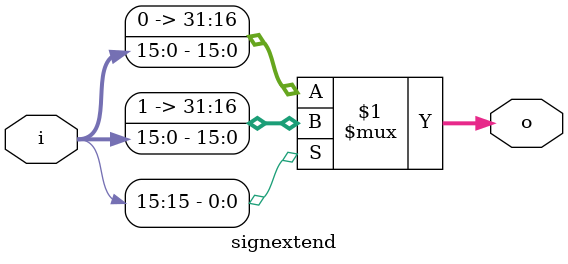
<source format=v>
module signextend (i, o);
    input [15:0] i;

    output [31:0] o;

    assign o = i[15] ? {16'hffff, i}: {16'd0, i};
endmodule
</source>
